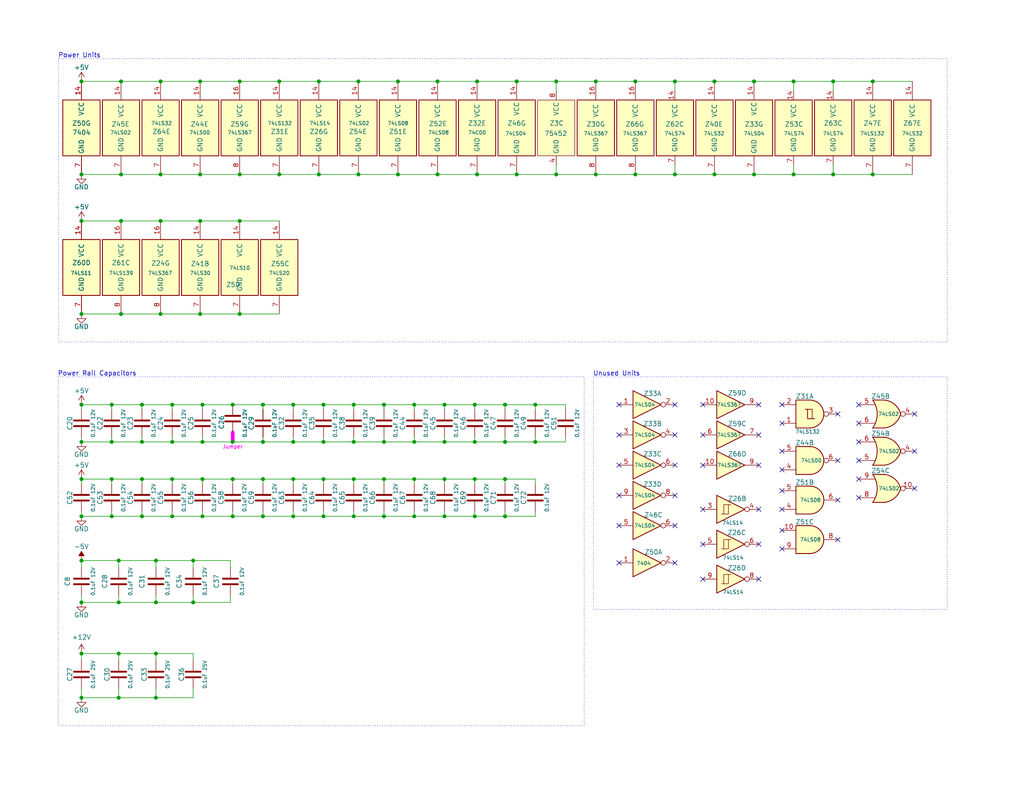
<source format=kicad_sch>
(kicad_sch (version 20250114) (generator "eeschema") (generator_version "9.0")
  (paper "USLetter")
  (title_block (title "TRS-80 Model I Rev HE11E011520") (date "2025-06-15") (rev "E1A") (company "RetroStack - Marcel Erz") (comment 2 "Power Units, Capacitors, and unused units") (comment 4 "Capacitors & Others"))
  (rectangle (start 161.925 102.87) (end 258.445 166.37) (stroke (width 0) (type dot)))
  (rectangle (start 15.875 102.87) (end 159.385 198.12) (stroke (width 0) (type dot)))
  (rectangle (start 16.002 16.002) (end 258.445 93.345) (stroke (width 0) (type dot)))
  (text "Power Units" (at 15.875 15.24 0) (effects (font (size 1.27 1.27)) (justify left)))
  (text "Unused Units" (at 161.798 102.108 0) (effects (font (size 1.27 1.27)) (justify left)))
  (text "Power Rail Capacitors" (at 15.748 102.108 0) (effects (font (size 1.27 1.27)) (justify left)))
  (text "Jumper" (at 63.5 122.174 0) (effects (font (size 1 1))))
  (junction (at 104.775 140.97))
  (junction (at 151.765 47.625))
  (junction (at 113.03 130.81))
  (junction (at 22.225 47.625))
  (junction (at 33.02 85.725))
  (junction (at 96.52 130.81))
  (junction (at 80.01 130.81))
  (junction (at 33.02 47.625))
  (junction (at 54.61 60.325))
  (junction (at 108.585 47.625))
  (junction (at 162.56 22.225))
  (junction (at 151.765 22.225))
  (junction (at 30.48 130.81))
  (junction (at 113.03 110.49))
  (junction (at 63.5 140.97))
  (junction (at 216.535 22.225))
  (junction (at 52.705 164.465))
  (junction (at 238.125 22.225))
  (junction (at 33.02 22.225))
  (junction (at 63.5 120.65))
  (junction (at 137.795 120.65))
  (junction (at 43.815 47.625))
  (junction (at 55.245 130.81))
  (junction (at 194.945 47.625))
  (junction (at 46.99 130.81))
  (junction (at 173.355 22.225))
  (junction (at 63.5 110.49))
  (junction (at 30.48 140.97))
  (junction (at 42.545 190.5))
  (junction (at 88.265 130.81))
  (junction (at 96.52 140.97))
  (junction (at 129.54 140.97))
  (junction (at 46.99 110.49))
  (junction (at 88.265 120.65))
  (junction (at 113.03 120.65))
  (junction (at 119.38 47.625))
  (junction (at 129.54 120.65))
  (junction (at 137.795 130.81))
  (junction (at 162.56 47.625))
  (junction (at 227.33 22.225))
  (junction (at 238.125 47.625))
  (junction (at 22.225 85.725))
  (junction (at 30.48 120.65))
  (junction (at 71.755 110.49))
  (junction (at 96.52 120.65))
  (junction (at 146.05 110.49))
  (junction (at 22.225 164.465))
  (junction (at 173.355 47.625))
  (junction (at 121.285 130.81))
  (junction (at 65.405 85.725))
  (junction (at 121.285 140.97))
  (junction (at 88.265 140.97))
  (junction (at 86.995 47.625))
  (junction (at 22.225 130.81))
  (junction (at 65.405 22.225))
  (junction (at 71.755 140.97))
  (junction (at 108.585 22.225))
  (junction (at 80.01 140.97))
  (junction (at 96.52 110.49))
  (junction (at 38.735 140.97))
  (junction (at 22.225 178.435))
  (junction (at 184.15 47.625))
  (junction (at 42.545 164.465))
  (junction (at 54.61 22.225))
  (junction (at 22.225 22.225))
  (junction (at 32.385 153.035))
  (junction (at 22.225 60.325))
  (junction (at 63.5 130.81))
  (junction (at 42.545 178.435))
  (junction (at 184.15 22.225))
  (junction (at 104.775 120.65))
  (junction (at 140.97 22.225))
  (junction (at 205.74 22.225))
  (junction (at 30.48 110.49))
  (junction (at 46.99 120.65))
  (junction (at 130.175 22.225))
  (junction (at 129.54 110.49))
  (junction (at 121.285 110.49))
  (junction (at 32.385 190.5))
  (junction (at 33.02 60.325))
  (junction (at 71.755 130.81))
  (junction (at 22.225 120.65))
  (junction (at 130.175 47.625))
  (junction (at 46.99 140.97))
  (junction (at 38.735 110.49))
  (junction (at 137.795 140.97))
  (junction (at 52.705 153.035))
  (junction (at 104.775 130.81))
  (junction (at 205.74 47.625))
  (junction (at 65.405 60.325))
  (junction (at 38.735 120.65))
  (junction (at 121.285 120.65))
  (junction (at 76.2 47.625))
  (junction (at 65.405 47.625))
  (junction (at 43.815 60.325))
  (junction (at 22.225 190.5))
  (junction (at 55.245 120.65))
  (junction (at 129.54 130.81))
  (junction (at 194.945 22.225))
  (junction (at 55.245 140.97))
  (junction (at 32.385 164.465))
  (junction (at 42.545 153.035))
  (junction (at 113.03 140.97))
  (junction (at 43.815 22.225))
  (junction (at 146.05 120.65))
  (junction (at 104.775 110.49))
  (junction (at 54.61 85.725))
  (junction (at 119.38 22.225))
  (junction (at 22.225 153.035))
  (junction (at 86.995 22.225))
  (junction (at 22.225 110.49))
  (junction (at 227.33 47.625))
  (junction (at 71.755 120.65))
  (junction (at 32.385 178.435))
  (junction (at 137.795 110.49))
  (junction (at 97.79 47.625))
  (junction (at 97.79 22.225))
  (junction (at 80.01 120.65))
  (junction (at 38.735 130.81))
  (junction (at 88.265 110.49))
  (junction (at 54.61 47.625))
  (junction (at 80.01 110.49))
  (junction (at 140.97 47.625))
  (junction (at 55.245 110.49))
  (junction (at 43.815 85.725))
  (junction (at 76.2 22.225))
  (junction (at 216.535 47.625))
  (junction (at 22.225 140.97))
  (no_connect (at 207.01 110.49))
  (no_connect (at 234.315 115.57))
  (no_connect (at 213.36 123.19))
  (no_connect (at 234.315 125.73))
  (no_connect (at 213.36 110.49))
  (no_connect (at 168.91 110.49))
  (no_connect (at 168.91 153.67))
  (no_connect (at 228.6 147.32))
  (no_connect (at 184.15 143.51))
  (no_connect (at 184.15 153.67))
  (no_connect (at 191.77 139.065))
  (no_connect (at 207.01 139.065))
  (no_connect (at 168.91 127))
  (no_connect (at 207.01 127))
  (no_connect (at 249.555 113.03))
  (no_connect (at 191.77 158.115))
  (no_connect (at 168.91 118.745))
  (no_connect (at 168.91 143.51))
  (no_connect (at 213.36 115.57))
  (no_connect (at 213.36 133.985))
  (no_connect (at 207.01 158.115))
  (no_connect (at 234.315 135.89))
  (no_connect (at 228.6 136.525))
  (no_connect (at 213.36 128.27))
  (no_connect (at 184.15 110.49))
  (no_connect (at 249.555 123.19))
  (no_connect (at 213.36 149.86))
  (no_connect (at 234.315 130.81))
  (no_connect (at 207.01 118.745))
  (no_connect (at 234.315 110.49))
  (no_connect (at 184.15 118.745))
  (no_connect (at 184.15 135.255))
  (no_connect (at 191.77 148.59))
  (no_connect (at 228.6 125.73))
  (no_connect (at 168.91 135.255))
  (no_connect (at 184.15 127))
  (no_connect (at 249.555 133.35))
  (no_connect (at 191.77 118.745))
  (no_connect (at 228.6 113.03))
  (no_connect (at 234.315 120.65))
  (no_connect (at 213.36 144.78))
  (no_connect (at 207.01 148.59))
  (no_connect (at 213.36 139.065))
  (no_connect (at 191.77 110.49))
  (no_connect (at 191.77 127))
  (wire (pts (xy 129.54 139.7) (xy 129.54 140.97)))
  (wire (pts (xy 154.305 110.49) (xy 154.305 111.76)))
  (wire (pts (xy 32.385 154.94) (xy 32.385 153.035)))
  (wire (pts (xy 173.355 22.225) (xy 184.15 22.225)))
  (wire (pts (xy 137.795 120.65) (xy 137.795 119.38)))
  (wire (pts (xy 22.225 178.435) (xy 22.225 180.34)))
  (wire (pts (xy 108.585 22.225) (xy 119.38 22.225)))
  (wire (pts (xy 227.33 47.625) (xy 216.535 47.625)))
  (wire (pts (xy 62.865 153.035) (xy 52.705 153.035)))
  (wire (pts (xy 140.97 22.225) (xy 151.765 22.225)))
  (wire (pts (xy 71.755 120.65) (xy 80.01 120.65)))
  (wire (pts (xy 30.48 120.65) (xy 30.48 119.38)))
  (wire (pts (xy 55.245 110.49) (xy 63.5 110.49)))
  (wire (pts (xy 104.775 139.7) (xy 104.775 140.97)))
  (wire (pts (xy 46.99 130.81) (xy 55.245 130.81)))
  (wire (pts (xy 30.48 140.97) (xy 30.48 139.7)))
  (wire (pts (xy 151.765 22.225) (xy 162.56 22.225)))
  (wire (pts (xy 43.815 85.725) (xy 54.61 85.725)))
  (wire (pts (xy 38.735 130.81) (xy 38.735 132.08)))
  (wire (pts (xy 86.995 47.625) (xy 97.79 47.625)))
  (wire (pts (xy 88.265 110.49) (xy 96.52 110.49)))
  (wire (pts (xy 63.5 130.81) (xy 71.755 130.81)))
  (wire (pts (xy 86.995 22.225) (xy 97.79 22.225)))
  (wire (pts (xy 104.775 120.65) (xy 104.775 119.38)))
  (wire (pts (xy 113.03 110.49) (xy 121.285 110.49)))
  (wire (pts (xy 38.735 140.97) (xy 38.735 139.7)))
  (wire (pts (xy 238.125 47.625) (xy 248.92 47.625)))
  (wire (pts (xy 96.52 130.81) (xy 88.265 130.81)))
  (wire (pts (xy 96.52 132.08) (xy 96.52 130.81)))
  (wire (pts (xy 55.245 120.65) (xy 55.245 119.38)))
  (wire (pts (xy 121.285 132.08) (xy 121.285 130.81)))
  (wire (pts (xy 96.52 110.49) (xy 104.775 110.49)))
  (wire (pts (xy 42.545 178.435) (xy 42.545 180.34)))
  (wire (pts (xy 146.05 120.65) (xy 146.05 119.38)))
  (wire (pts (xy 137.795 120.65) (xy 146.05 120.65)))
  (wire (pts (xy 55.245 140.97) (xy 55.245 139.7)))
  (wire (pts (xy 108.585 47.625) (xy 119.38 47.625)))
  (wire (pts (xy 38.735 120.65) (xy 46.99 120.65)))
  (wire (pts (xy 146.05 110.49) (xy 146.05 111.76)))
  (wire (pts (xy 32.385 178.435) (xy 22.225 178.435)))
  (wire (pts (xy 80.01 110.49) (xy 88.265 110.49)))
  (wire (pts (xy 46.99 110.49) (xy 46.99 111.76)))
  (wire (pts (xy 30.48 120.65) (xy 38.735 120.65)))
  (wire (pts (xy 113.03 110.49) (xy 113.03 111.76)))
  (wire (pts (xy 52.705 187.96) (xy 52.705 190.5)))
  (wire (pts (xy 38.735 120.65) (xy 38.735 119.38)))
  (wire (pts (xy 42.545 162.56) (xy 42.545 164.465)))
  (wire (pts (xy 33.02 47.625) (xy 43.815 47.625)))
  (wire (pts (xy 227.33 47.625) (xy 238.125 47.625)))
  (wire (pts (xy 76.2 22.225) (xy 86.995 22.225)))
  (wire (pts (xy 113.03 120.65) (xy 121.285 120.65)))
  (wire (pts (xy 65.405 60.325) (xy 76.2 60.325)))
  (wire (pts (xy 130.175 22.225) (xy 140.97 22.225)))
  (wire (pts (xy 65.405 85.725) (xy 76.2 85.725)))
  (wire (pts (xy 22.225 60.325) (xy 33.02 60.325)))
  (wire (pts (xy 32.385 187.96) (xy 32.385 190.5)))
  (wire (pts (xy 104.775 130.81) (xy 113.03 130.81)))
  (wire (pts (xy 88.265 139.7) (xy 88.265 140.97)))
  (wire (pts (xy 130.175 47.625) (xy 119.38 47.625)))
  (wire (pts (xy 32.385 164.465) (xy 22.225 164.465)))
  (wire (pts (xy 88.265 132.08) (xy 88.265 130.81)))
  (wire (pts (xy 42.545 154.94) (xy 42.545 153.035)))
  (wire (pts (xy 63.5 120.65) (xy 63.5 118.11)) (stroke (width 1) (color 255 0 255 1)))
  (wire (pts (xy 140.97 47.625) (xy 151.765 47.625)))
  (wire (pts (xy 137.795 110.49) (xy 146.05 110.49)))
  (wire (pts (xy 42.545 164.465) (xy 32.385 164.465)))
  (wire (pts (xy 137.795 139.7) (xy 137.795 140.97)))
  (wire (pts (xy 121.285 120.65) (xy 129.54 120.65)))
  (wire (pts (xy 22.225 140.97) (xy 30.48 140.97)))
  (wire (pts (xy 63.5 130.81) (xy 63.5 132.08)))
  (wire (pts (xy 121.285 110.49) (xy 121.285 111.76)))
  (wire (pts (xy 146.05 120.65) (xy 154.305 120.65)))
  (wire (pts (xy 205.74 22.225) (xy 216.535 22.225)))
  (wire (pts (xy 52.705 190.5) (xy 42.545 190.5)))
  (wire (pts (xy 88.265 120.65) (xy 96.52 120.65)))
  (wire (pts (xy 30.48 130.81) (xy 38.735 130.81)))
  (wire (pts (xy 151.765 22.225) (xy 151.765 24.765)))
  (wire (pts (xy 43.815 47.625) (xy 54.61 47.625)))
  (wire (pts (xy 62.865 164.465) (xy 52.705 164.465)))
  (wire (pts (xy 38.735 130.81) (xy 46.99 130.81)))
  (wire (pts (xy 63.5 110.49) (xy 71.755 110.49)))
  (wire (pts (xy 52.705 154.94) (xy 52.705 153.035)))
  (wire (pts (xy 80.01 120.65) (xy 88.265 120.65)))
  (wire (pts (xy 184.15 22.225) (xy 184.15 24.765)))
  (wire (pts (xy 104.775 132.08) (xy 104.775 130.81)))
  (wire (pts (xy 46.99 120.65) (xy 46.99 119.38)))
  (wire (pts (xy 121.285 120.65) (xy 121.285 119.38)))
  (wire (pts (xy 76.2 47.625) (xy 86.995 47.625)))
  (wire (pts (xy 71.755 120.65) (xy 71.755 119.38)))
  (wire (pts (xy 146.05 139.7) (xy 146.05 140.97)))
  (wire (pts (xy 80.01 110.49) (xy 80.01 111.76)))
  (wire (pts (xy 130.175 47.625) (xy 140.97 47.625)))
  (wire (pts (xy 46.99 130.81) (xy 46.99 132.08)))
  (wire (pts (xy 146.05 110.49) (xy 154.305 110.49)))
  (wire (pts (xy 71.755 130.81) (xy 71.755 132.08)))
  (wire (pts (xy 129.54 132.08) (xy 129.54 130.81)))
  (wire (pts (xy 80.01 130.81) (xy 71.755 130.81)))
  (wire (pts (xy 22.225 153.035) (xy 22.225 154.94)))
  (wire (pts (xy 42.545 190.5) (xy 32.385 190.5)))
  (wire (pts (xy 162.56 22.225) (xy 173.355 22.225)))
  (wire (pts (xy 104.775 120.65) (xy 113.03 120.65)))
  (wire (pts (xy 22.225 110.49) (xy 30.48 110.49)))
  (wire (pts (xy 30.48 130.81) (xy 30.48 132.08)))
  (wire (pts (xy 96.52 140.97) (xy 88.265 140.97)))
  (wire (pts (xy 54.61 47.625) (xy 65.405 47.625)))
  (wire (pts (xy 113.03 140.97) (xy 121.285 140.97)))
  (wire (pts (xy 80.01 139.7) (xy 80.01 140.97)))
  (wire (pts (xy 30.48 140.97) (xy 38.735 140.97)))
  (wire (pts (xy 71.755 110.49) (xy 80.01 110.49)))
  (wire (pts (xy 46.99 140.97) (xy 55.245 140.97)))
  (wire (pts (xy 32.385 190.5) (xy 22.225 190.5)))
  (wire (pts (xy 22.225 110.49) (xy 22.225 111.76)))
  (wire (pts (xy 55.245 140.97) (xy 63.5 140.97)))
  (wire (pts (xy 129.54 110.49) (xy 129.54 111.76)))
  (wire (pts (xy 238.125 22.225) (xy 248.92 22.225)))
  (wire (pts (xy 227.33 22.225) (xy 216.535 22.225)))
  (wire (pts (xy 55.245 130.81) (xy 63.5 130.81)))
  (wire (pts (xy 42.545 153.035) (xy 32.385 153.035)))
  (wire (pts (xy 129.54 130.81) (xy 121.285 130.81)))
  (wire (pts (xy 96.52 139.7) (xy 96.52 140.97)))
  (wire (pts (xy 33.02 60.325) (xy 43.815 60.325)))
  (wire (pts (xy 129.54 120.65) (xy 137.795 120.65)))
  (wire (pts (xy 22.225 47.625) (xy 33.02 47.625)))
  (wire (pts (xy 55.245 130.81) (xy 55.245 132.08)))
  (wire (pts (xy 88.265 130.81) (xy 80.01 130.81)))
  (wire (pts (xy 227.33 22.225) (xy 238.125 22.225)))
  (wire (pts (xy 22.225 120.65) (xy 22.225 119.38)))
  (wire (pts (xy 22.225 85.725) (xy 33.02 85.725)))
  (wire (pts (xy 54.61 22.225) (xy 65.405 22.225)))
  (wire (pts (xy 63.5 140.97) (xy 71.755 140.97)))
  (wire (pts (xy 62.865 154.94) (xy 62.865 153.035)))
  (wire (pts (xy 62.865 162.56) (xy 62.865 164.465)))
  (wire (pts (xy 63.5 140.97) (xy 63.5 139.7)))
  (wire (pts (xy 71.755 140.97) (xy 71.755 139.7)))
  (wire (pts (xy 121.285 110.49) (xy 129.54 110.49)))
  (wire (pts (xy 137.795 132.08) (xy 137.795 130.81)))
  (wire (pts (xy 146.05 132.08) (xy 146.05 130.81)))
  (wire (pts (xy 46.99 120.65) (xy 55.245 120.65)))
  (wire (pts (xy 32.385 153.035) (xy 22.225 153.035)))
  (wire (pts (xy 227.33 24.765) (xy 227.33 22.225)))
  (wire (pts (xy 96.52 110.49) (xy 96.52 111.76)))
  (wire (pts (xy 63.5 120.65) (xy 71.755 120.65)))
  (wire (pts (xy 32.385 178.435) (xy 32.385 180.34)))
  (wire (pts (xy 216.535 24.765) (xy 216.535 22.225)))
  (wire (pts (xy 184.15 22.225) (xy 194.945 22.225)))
  (wire (pts (xy 97.79 22.225) (xy 108.585 22.225)))
  (wire (pts (xy 80.01 140.97) (xy 71.755 140.97)))
  (wire (pts (xy 184.15 47.625) (xy 194.945 47.625)))
  (wire (pts (xy 137.795 140.97) (xy 146.05 140.97)))
  (wire (pts (xy 129.54 110.49) (xy 137.795 110.49)))
  (wire (pts (xy 104.775 110.49) (xy 104.775 111.76)))
  (wire (pts (xy 52.705 178.435) (xy 42.545 178.435)))
  (wire (pts (xy 113.03 132.08) (xy 113.03 130.81)))
  (wire (pts (xy 52.705 180.34) (xy 52.705 178.435)))
  (wire (pts (xy 88.265 140.97) (xy 80.01 140.97)))
  (wire (pts (xy 137.795 130.81) (xy 146.05 130.81)))
  (wire (pts (xy 22.225 120.65) (xy 30.48 120.65)))
  (wire (pts (xy 38.735 110.49) (xy 46.99 110.49)))
  (wire (pts (xy 113.03 130.81) (xy 121.285 130.81)))
  (wire (pts (xy 42.545 178.435) (xy 32.385 178.435)))
  (wire (pts (xy 96.52 120.65) (xy 96.52 119.38)))
  (wire (pts (xy 30.48 110.49) (xy 38.735 110.49)))
  (wire (pts (xy 30.48 110.49) (xy 30.48 111.76)))
  (wire (pts (xy 130.175 22.225) (xy 119.38 22.225)))
  (wire (pts (xy 104.775 140.97) (xy 113.03 140.97)))
  (wire (pts (xy 71.755 110.49) (xy 71.755 111.76)))
  (wire (pts (xy 65.405 47.625) (xy 76.2 47.625)))
  (wire (pts (xy 129.54 140.97) (xy 121.285 140.97)))
  (wire (pts (xy 154.305 120.65) (xy 154.305 119.38)))
  (wire (pts (xy 96.52 120.65) (xy 104.775 120.65)))
  (wire (pts (xy 88.265 120.65) (xy 88.265 119.38)))
  (wire (pts (xy 42.545 187.96) (xy 42.545 190.5)))
  (wire (pts (xy 22.225 162.56) (xy 22.225 164.465)))
  (wire (pts (xy 137.795 140.97) (xy 129.54 140.97)))
  (wire (pts (xy 104.775 110.49) (xy 113.03 110.49)))
  (wire (pts (xy 104.775 140.97) (xy 96.52 140.97)))
  (wire (pts (xy 194.945 22.225) (xy 205.74 22.225)))
  (wire (pts (xy 43.815 22.225) (xy 54.61 22.225)))
  (wire (pts (xy 46.99 140.97) (xy 46.99 139.7)))
  (wire (pts (xy 33.02 85.725) (xy 43.815 85.725)))
  (wire (pts (xy 52.705 164.465) (xy 42.545 164.465)))
  (wire (pts (xy 22.225 130.81) (xy 30.48 130.81)))
  (wire (pts (xy 22.225 22.225) (xy 33.02 22.225)))
  (wire (pts (xy 54.61 85.725) (xy 65.405 85.725)))
  (wire (pts (xy 151.765 45.085) (xy 151.765 47.625)))
  (wire (pts (xy 97.79 47.625) (xy 108.585 47.625)))
  (wire (pts (xy 55.245 120.65) (xy 63.5 120.65)))
  (wire (pts (xy 22.225 130.81) (xy 22.225 132.08)))
  (wire (pts (xy 38.735 110.49) (xy 38.735 111.76)))
  (wire (pts (xy 162.56 47.625) (xy 173.355 47.625)))
  (wire (pts (xy 54.61 60.325) (xy 65.405 60.325)))
  (wire (pts (xy 121.285 139.7) (xy 121.285 140.97)))
  (wire (pts (xy 173.355 47.625) (xy 184.15 47.625)))
  (wire (pts (xy 80.01 132.08) (xy 80.01 130.81)))
  (wire (pts (xy 55.245 110.49) (xy 55.245 111.76)))
  (wire (pts (xy 137.795 130.81) (xy 129.54 130.81)))
  (wire (pts (xy 22.225 140.97) (xy 22.225 139.7)))
  (wire (pts (xy 22.225 187.96) (xy 22.225 190.5)))
  (wire (pts (xy 33.02 22.225) (xy 43.815 22.225)))
  (wire (pts (xy 88.265 110.49) (xy 88.265 111.76)))
  (wire (pts (xy 46.99 110.49) (xy 55.245 110.49)))
  (wire (pts (xy 184.15 45.085) (xy 184.15 47.625)))
  (wire (pts (xy 137.795 110.49) (xy 137.795 111.76)))
  (wire (pts (xy 104.775 130.81) (xy 96.52 130.81)))
  (wire (pts (xy 194.945 47.625) (xy 205.74 47.625)))
  (wire (pts (xy 129.54 120.65) (xy 129.54 119.38)))
  (wire (pts (xy 52.705 162.56) (xy 52.705 164.465)))
  (wire (pts (xy 38.735 140.97) (xy 46.99 140.97)))
  (wire (pts (xy 216.535 45.085) (xy 216.535 47.625)))
  (wire (pts (xy 113.03 120.65) (xy 113.03 119.38)))
  (wire (pts (xy 43.815 60.325) (xy 54.61 60.325)))
  (wire (pts (xy 151.765 47.625) (xy 162.56 47.625)))
  (wire (pts (xy 65.405 22.225) (xy 76.2 22.225)))
  (wire (pts (xy 52.705 153.035) (xy 42.545 153.035)))
  (wire (pts (xy 205.74 47.625) (xy 216.535 47.625)))
  (wire (pts (xy 227.33 45.085) (xy 227.33 47.625)))
  (wire (pts (xy 80.01 120.65) (xy 80.01 119.38)))
  (wire (pts (xy 32.385 162.56) (xy 32.385 164.465)))
  (wire (pts (xy 113.03 139.7) (xy 113.03 140.97)))
  (symbol (lib_id "Device:C") (at 104.775 115.57 0) (unit 1)
    (property "Reference" "C39" (at 101.6 115.57 90))
    (property "Value" "0.1uF 12V" (at 107.95 115.57 90) (effects (font (size 1 1))))
    (property "Footprint" "Library:TRS80_Model_I_C_Disc_9.5L_4W_6P_Jap" (effects (hide yes)))
  )
  (symbol (lib_id "RetroStackLibrary:74LS367_Split") (at 173.355 24.13 0) (unit 7)
    (property "Reference" "Z66" (at 173.228 33.909 0))
    (property "Value" "74LS367" (at 173.228 36.449 0) (effects (font (size 1 1))))
    (property "Footprint" "Library:TRS80_Model_I_DIP16_Jap" (effects (hide yes)))
    (property "Datasheet" "https://www.ti.com/lit/ds/symlink/sn74ls367a.pdf" (effects (hide yes)))
    (property "Description" "Hex buffer 3-State outputs" (effects (hide yes)))
  )
  (symbol (lib_id "RetroStackLibrary:74LS367_Split") (at 43.815 62.23 0) (unit 7)
    (property "Reference" "Z24" (at 43.815 71.882 0))
    (property "Value" "74LS367" (at 43.688 74.549 0) (effects (font (size 1 1))))
    (property "Footprint" "Library:TRS80_Model_I_DIP16_Jap" (effects (hide yes)))
    (property "Datasheet" "https://www.ti.com/lit/ds/symlink/sn74ls367a.pdf" (effects (hide yes)))
    (property "Description" "Hex buffer 3-State outputs" (effects (hide yes)))
  )
  (symbol (lib_id "74xx:74LS04") (at 176.53 127 0) (unit 3)
    (property "Reference" "Z33" (at 178.054 123.952 0))
    (property "Value" "74LS04" (at 175.895 127 0) (effects (font (size 1 1))))
    (property "Footprint" "Library:TRS80_Model_I_DIP14_Jap" (effects (hide yes)))
    (property "Datasheet" "http://www.ti.com/lit/gpn/sn74LS04" (effects (hide yes)))
    (property "Description" "Hex Inverter" (effects (hide yes)))
  )
  (symbol (lib_id "Device:C") (at 113.03 135.89 0) (unit 1)
    (property "Reference" "C67" (at 109.855 135.89 90))
    (property "Value" "0.1uF 12V" (at 116.205 135.89 90) (effects (font (size 1 1))))
    (property "Footprint" "Library:TRS80_Model_I_C_Disc_9.5L_4W_6P_Jap" (effects (hide yes)))
  )
  (symbol (lib_id "74xx:74LS02") (at 97.79 34.925 0) (mirror y) (unit 5)
    (property "Reference" "Z54" (at 97.663 35.941 0))
    (property "Value" "74LS02" (at 97.917 33.655 0) (effects (font (size 1 1))))
    (property "Footprint" "Library:TRS80_Model_I_DIP14_Jap" (effects (hide yes)))
    (property "Datasheet" "http://www.ti.com/lit/gpn/sn74ls02" (effects (hide yes)))
  )
  (symbol (lib_id "Device:C") (at 46.99 135.89 0) (unit 1)
    (property "Reference" "C55" (at 43.815 135.89 90))
    (property "Value" "0.1uF 12V" (at 50.165 135.89 90) (effects (font (size 1 1))))
    (property "Footprint" "Library:TRS80_Model_I_C_Disc_9.5L_4W_6P_Jap" (effects (hide yes)))
  )
  (symbol (lib_id "RetroStackLibrary:7404") (at 22.225 34.925 0) (unit 7)
    (property "Reference" "Z50" (at 22.225 33.655 0))
    (property "Value" "7404" (at 22.225 36.195 0))
    (property "Footprint" "Library:TRS80_Model_I_DIP14_Jap" (effects (hide yes)))
    (property "Datasheet" "http://www.ti.com/lit/gpn/sn74LS04" (effects (hide yes)))
    (property "Description" "Hex Inverter" (effects (hide yes)))
  )
  (symbol (lib_id "Device:C") (at 52.705 158.75 0) (unit 1)
    (property "Reference" "C34" (at 48.895 158.75 90))
    (property "Value" "0.1uF 12V" (at 55.88 158.75 90) (effects (font (size 1 1))))
    (property "Footprint" "Library:TRS80_Model_I_C_Disc_9.5L_4W_6P_Jap" (effects (hide yes)))
  )
  (symbol (lib_id "74xx:74LS02") (at 241.935 113.03 0) (unit 2)
    (property "Reference" "Z45" (at 240.284 108.204 0))
    (property "Value" "74LS02" (at 242.443 113.03 0) (effects (font (size 1 1))))
    (property "Footprint" "Library:TRS80_Model_I_DIP14_Jap" (effects (hide yes)))
    (property "Datasheet" "http://www.ti.com/lit/gpn/sn74ls02" (effects (hide yes)))
    (property "Description" "quad 2-input NOR gate" (effects (hide yes)))
  )
  (symbol (lib_id "74xx:74LS74") (at 227.33 34.925 0) (unit 3)
    (property "Reference" "Z63" (at 227.33 33.655 0))
    (property "Value" "74LS74" (at 227.33 36.449 0) (effects (font (size 1 1))))
    (property "Footprint" "Library:TRS80_Model_I_DIP14_Jap" (effects (hide yes)))
    (property "Datasheet" "74xx/74hc_hct74.pdf" (effects (hide yes)))
  )
  (symbol (lib_id "power:GND") (at 22.225 120.65 0) (unit 1)
    (property "Reference" "#PWR0124" (effects (hide yes)))
    (property "Value" "GND" (at 22.225 124.079 0))
    (property "Description" "Power symbol creates a global label with name \"GND\" , ground" (effects (hide yes)))
  )
  (symbol (lib_id "Device:C") (at 80.01 135.89 0) (unit 1)
    (property "Reference" "C63" (at 76.835 135.89 90))
    (property "Value" "0.1uF 12V" (at 83.185 135.89 90) (effects (font (size 1 1))))
    (property "Footprint" "Library:TRS80_Model_I_C_Disc_9.5L_4W_6P_Jap" (effects (hide yes)))
  )
  (symbol (lib_id "74xx:74LS08") (at 119.38 34.925 0) (unit 5)
    (property "Reference" "Z52" (at 119.507 33.782 0))
    (property "Value" "74LS08" (at 119.634 36.195 0) (effects (font (size 1 1))))
    (property "Footprint" "Library:TRS80_Model_I_DIP14_Jap" (effects (hide yes)))
    (property "Datasheet" "http://www.ti.com/lit/gpn/sn74LS08" (effects (hide yes)))
    (property "Description" "Quad And2" (effects (hide yes)))
  )
  (symbol (lib_id "power:GND") (at 22.225 140.97 0) (unit 1)
    (property "Reference" "#PWR040" (effects (hide yes)))
    (property "Value" "GND" (at 22.225 144.399 0))
    (property "Description" "Power symbol creates a global label with name \"GND\" , ground" (effects (hide yes)))
  )
  (symbol (lib_id "Device:C") (at 38.735 115.57 0) (unit 1)
    (property "Reference" "C23" (at 35.56 115.57 90))
    (property "Value" "0.1uF 12V" (at 41.91 115.57 90) (effects (font (size 1 1))))
    (property "Footprint" "Library:TRS80_Model_I_C_Disc_9.5L_4W_6P_Jap" (effects (hide yes)))
  )
  (symbol (lib_id "Device:C") (at 32.385 158.75 0) (unit 1)
    (property "Reference" "C28" (at 28.575 158.75 90))
    (property "Value" "0.1uF 12V" (at 35.56 158.75 90) (effects (font (size 1 1))))
    (property "Footprint" "Library:TRS80_Model_I_C_Disc_9.5L_4W_6P_Jap" (effects (hide yes)))
  )
  (symbol (lib_id "Device:C") (at 22.225 184.15 0) (unit 1)
    (property "Reference" "C27" (at 19.05 184.15 90))
    (property "Value" "0.1uF 25V" (at 25.4 184.15 90) (effects (font (size 1 1))))
    (property "Footprint" "Library:TRS80_Model_I_C_Disc_9.5L_4W_6P_Jap" (effects (hide yes)))
  )
  (symbol (lib_id "RetroStackLibrary:74LS367_Split") (at 65.405 24.13 0) (unit 7)
    (property "Reference" "Z59" (at 65.405 33.909 0))
    (property "Value" "74LS367" (at 65.405 36.195 0) (effects (font (size 1 1))))
    (property "Footprint" "Library:TRS80_Model_I_DIP16_Jap" (effects (hide yes)))
    (property "Datasheet" "https://www.ti.com/lit/ds/symlink/sn74ls367a.pdf" (effects (hide yes)))
    (property "Description" "Hex buffer 3-State outputs" (effects (hide yes)))
  )
  (symbol (lib_id "74xx:74LS08") (at 220.98 136.525 0) (mirror x) (unit 2)
    (property "Reference" "Z51" (at 219.583 131.699 0))
    (property "Value" "74LS08" (at 221.107 136.525 0) (effects (font (size 1 1))))
    (property "Footprint" "Library:TRS80_Model_I_DIP14_Jap" (effects (hide yes)))
    (property "Datasheet" "http://www.ti.com/lit/gpn/sn74LS08" (effects (hide yes)))
    (property "Description" "Quad And2" (effects (hide yes)))
  )
  (symbol (lib_id "Device:C") (at 88.265 115.57 0) (unit 1)
    (property "Reference" "C35" (at 85.09 115.57 90))
    (property "Value" "0.1uF 12V" (at 91.44 115.57 90) (effects (font (size 1 1))))
    (property "Footprint" "Library:TRS80_Model_I_C_Disc_9.5L_4W_6P_Jap" (effects (hide yes)))
  )
  (symbol (lib_id "Device:C") (at 22.225 158.75 0) (unit 1)
    (property "Reference" "C8" (at 18.415 158.75 90))
    (property "Value" "0.1uF 12V" (at 25.4 158.75 90) (effects (font (size 1 1))))
    (property "Footprint" "Library:TRS80_Model_I_C_Disc_9.5L_4W_6P_Jap" (effects (hide yes)))
  )
  (symbol (lib_id "74xx:74LS74") (at 184.15 34.925 0) (unit 3)
    (property "Reference" "Z62" (at 184.15 33.909 0))
    (property "Value" "74LS74" (at 184.15 36.449 0) (effects (font (size 1 1))))
    (property "Footprint" "Library:TRS80_Model_I_DIP14_Jap" (effects (hide yes)))
    (property "Datasheet" "74xx/74hc_hct74.pdf" (effects (hide yes)))
    (property "Description" "Dual D Flip-flop, Set & Reset" (effects (hide yes)))
  )
  (symbol (lib_id "Device:C") (at 80.01 115.57 0) (unit 1)
    (property "Reference" "C32" (at 76.835 115.57 90))
    (property "Value" "0.1uF 12V" (at 83.185 115.57 90) (effects (font (size 1 1))))
    (property "Footprint" "Library:TRS80_Model_I_C_Disc_9.5L_4W_6P_Jap" (effects (hide yes)))
  )
  (symbol (lib_id "74xx:74LS14") (at 86.995 34.925 0) (unit 7)
    (property "Reference" "Z26" (at 86.995 35.941 0))
    (property "Value" "74LS14" (at 87.249 33.655 0) (effects (font (size 1 1))))
    (property "Footprint" "Library:TRS80_Model_I_DIP14_Jap" (effects (hide yes)))
    (property "Datasheet" "http://www.ti.com/lit/gpn/sn74LS14" (effects (hide yes)))
    (property "Description" "Hex inverter schmitt trigger" (effects (hide yes)))
  )
  (symbol (lib_id "74xx:74LS10") (at 65.405 73.025 0) (unit 4)
    (property "Reference" "Z5" (at 63.627 77.724 0))
    (property "Value" "74LS10" (at 65.405 73.152 0) (effects (font (size 1 1))))
    (property "Footprint" "Library:TRS80_Model_I_DIP14_Jap" (effects (hide yes)))
    (property "Datasheet" "http://www.ti.com/lit/gpn/sn74LS10" (effects (hide yes)))
    (property "Description" "Triple 3-input NAND" (effects (hide yes)))
  )
  (symbol (lib_id "74xx:74LS74") (at 216.535 34.925 0) (unit 3)
    (property "Reference" "Z53" (at 216.662 33.909 0))
    (property "Value" "74LS74" (at 216.662 36.449 0) (effects (font (size 1 1))))
    (property "Footprint" "Library:TRS80_Model_I_DIP14_Jap" (effects (hide yes)))
    (property "Datasheet" "74xx/74hc_hct74.pdf" (effects (hide yes)))
  )
  (symbol (lib_id "74xx:74LS04") (at 176.53 110.49 0) (unit 1)
    (property "Reference" "Z33" (at 178.054 107.442 0))
    (property "Value" "74LS04" (at 175.895 110.49 0) (effects (font (size 1 1))))
    (property "Footprint" "Library:TRS80_Model_I_DIP14_Jap" (effects (hide yes)))
    (property "Datasheet" "http://www.ti.com/lit/gpn/sn74LS04" (effects (hide yes)))
    (property "Description" "Hex Inverter" (effects (hide yes)))
  )
  (symbol (lib_id "74xx:74LS00") (at 54.61 34.925 0) (mirror y) (unit 5)
    (property "Reference" "Z44" (at 54.483 33.909 0))
    (property "Value" "74LS00" (at 54.483 36.195 0) (effects (font (size 1 1))))
    (property "Footprint" "Library:TRS80_Model_I_DIP14_Jap" (effects (hide yes)))
    (property "Datasheet" "http://www.ti.com/lit/gpn/sn74ls00" (effects (hide yes)))
    (property "Description" "quad 2-input NAND gate" (effects (hide yes)))
  )
  (symbol (lib_id "RetroStackLibrary:75452") (at 153.67 26.035 0) (unit 3)
    (property "Reference" "Z3" (at 151.892 33.655 0))
    (property "Value" "75452" (at 151.638 36.449 0))
    (property "Footprint" "Library:TRS80_Model_I_DIP8_Jap" (effects (hide yes)))
    (property "Datasheet" "https://www.ti.com/lit/ds/symlink/sn75452b.pdf" (effects (hide yes)))
    (property "Description" "Dual-Peripheral Drivers for High-Current, High-Speed Switching" (effects (hide yes)))
  )
  (symbol (lib_id "Device:C") (at 113.03 115.57 0) (unit 1)
    (property "Reference" "C44" (at 109.855 115.57 90))
    (property "Value" "0.1uF 12V" (at 116.205 115.57 90) (effects (font (size 1 1))))
    (property "Footprint" "Library:TRS80_Model_I_C_Disc_9.5L_4W_6P_Jap" (effects (hide yes)))
  )
  (symbol (lib_id "Device:C") (at 88.265 135.89 0) (unit 1)
    (property "Reference" "C64" (at 85.09 135.89 90))
    (property "Value" "0.1uF 12V" (at 91.44 135.89 90) (effects (font (size 1 1))))
    (property "Footprint" "Library:TRS80_Model_I_C_Disc_9.5L_4W_6P_Jap" (effects (hide yes)))
  )
  (symbol (lib_id "Device:C") (at 63.5 114.3 0) (unit 1)
    (property "Reference" "C26" (at 60.452 115.316 90))
    (property "Value" "0.1uF 12V" (at 66.802 115.57 90) (effects (font (size 1 1))))
    (property "Footprint" "Library:TRS80_Model_I_C_Disc_9.5L_4W_6P_Jap" (effects (hide yes)))
  )
  (symbol (lib_id "power:+12V") (at 22.225 178.435 0) (unit 1)
    (property "Reference" "#PWR044" (effects (hide yes)))
    (property "Value" "+12V" (at 22.225 173.99 0))
    (property "Description" "Power symbol creates a global label with name \"+12V\"" (effects (hide yes)))
  )
  (symbol (lib_id "Device:C") (at 52.705 184.15 0) (unit 1)
    (property "Reference" "C36" (at 49.53 184.15 90))
    (property "Value" "0.1uF 25V" (at 55.88 184.15 90) (effects (font (size 1 1))))
    (property "Footprint" "Library:TRS80_Model_I_C_Disc_9.5L_4W_6P_Jap" (effects (hide yes)))
  )
  (symbol (lib_id "74xx:74LS132") (at 220.98 113.03 0) (mirror x) (unit 1)
    (property "Reference" "Z31" (at 219.583 108.204 0))
    (property "Value" "74LS132" (at 220.345 117.856 0) (effects (font (size 1 1))))
    (property "Footprint" "Library:TRS80_Model_I_DIP14_Jap" (effects (hide yes)))
    (property "Datasheet" "http://www.ti.com/lit/gpn/sn74LS132" (effects (hide yes)))
  )
  (symbol (lib_id "74xx:74LS139") (at 33.02 73.025 0) (unit 3)
    (property "Reference" "Z61" (at 33.02 71.755 0))
    (property "Value" "74LS139" (at 33.02 74.549 0) (effects (font (size 1 1))))
    (property "Footprint" "Library:TRS80_Model_I_DIP16_Jap" (effects (hide yes)))
    (property "Datasheet" "http://www.ti.com/lit/ds/symlink/sn74ls139a.pdf" (effects (hide yes)))
    (property "Description" "Dual Decoder 1 of 4, Active low outputs" (effects (hide yes)))
  )
  (symbol (lib_id "74xx:74LS00") (at 130.175 34.925 0) (unit 5)
    (property "Reference" "Z32" (at 130.175 33.655 0))
    (property "Value" "74C00" (at 130.175 36.195 0) (effects (font (size 1 1))))
    (property "Footprint" "Library:TRS80_Model_I_DIP14_Jap" (effects (hide yes)))
    (property "Datasheet" "http://www.ti.com/lit/gpn/sn74ls00" (effects (hide yes)))
  )
  (symbol (lib_id "74xx:74LS04") (at 176.53 118.745 0) (unit 2)
    (property "Reference" "Z33" (at 178.054 115.697 0))
    (property "Value" "74LS04" (at 175.895 118.745 0) (effects (font (size 1 1))))
    (property "Footprint" "Library:TRS80_Model_I_DIP14_Jap" (effects (hide yes)))
    (property "Datasheet" "http://www.ti.com/lit/gpn/sn74LS04" (effects (hide yes)))
    (property "Description" "Hex Inverter" (effects (hide yes)))
  )
  (symbol (lib_id "Device:C") (at 129.54 115.57 0) (unit 1)
    (property "Reference" "C46" (at 126.365 115.57 90))
    (property "Value" "0.1uF 12V" (at 132.715 115.57 90) (effects (font (size 1 1))))
    (property "Footprint" "Library:TRS80_Model_I_C_Disc_9.5L_4W_6P_Jap" (effects (hide yes)))
  )
  (symbol (lib_id "Device:C") (at 146.05 115.57 0) (unit 1)
    (property "Reference" "C49" (at 142.875 115.57 90))
    (property "Value" "0.1uF 12V" (at 149.225 115.57 90) (effects (font (size 1 1))))
    (property "Footprint" "Library:TRS80_Model_I_C_Disc_9.5L_4W_6P_Jap" (effects (hide yes)))
  )
  (symbol (lib_id "Device:C") (at 32.385 184.15 0) (unit 1)
    (property "Reference" "C30" (at 29.21 184.15 90))
    (property "Value" "0.1uF 25V" (at 35.56 184.15 90) (effects (font (size 1 1))))
    (property "Footprint" "Library:TRS80_Model_I_C_Disc_9.5L_4W_6P_Jap" (effects (hide yes)))
  )
  (symbol (lib_id "Device:C") (at 30.48 115.57 0) (unit 1)
    (property "Reference" "C22" (at 27.305 115.57 90))
    (property "Value" "0.1uF 12V" (at 33.655 115.57 90) (effects (font (size 1 1))))
    (property "Footprint" "Library:TRS80_Model_I_C_Disc_9.5L_4W_6P_Jap" (effects (hide yes)))
  )
  (symbol (lib_id "74xx:74LS02") (at 241.935 123.19 0) (mirror x) (unit 2)
    (property "Reference" "Z54" (at 240.284 118.364 0))
    (property "Value" "74LS02" (at 242.57 123.19 0) (effects (font (size 1 1))))
    (property "Footprint" "Library:TRS80_Model_I_DIP14_Jap" (effects (hide yes)))
    (property "Datasheet" "http://www.ti.com/lit/gpn/sn74ls02" (effects (hide yes)))
  )
  (symbol (lib_id "Device:C") (at 129.54 135.89 0) (unit 1)
    (property "Reference" "C69" (at 126.365 135.89 90))
    (property "Value" "0.1uF 12V" (at 132.715 135.89 90) (effects (font (size 1 1))))
    (property "Footprint" "Library:TRS80_Model_I_C_Disc_9.5L_4W_6P_Jap" (effects (hide yes)))
  )
  (symbol (lib_id "Device:C") (at 38.735 135.89 0) (unit 1)
    (property "Reference" "C54" (at 35.56 135.89 90))
    (property "Value" "0.1uF 12V" (at 41.91 135.89 90) (effects (font (size 1 1))))
    (property "Footprint" "Library:TRS80_Model_I_C_Disc_9.5L_4W_6P_Jap" (effects (hide yes)))
  )
  (symbol (lib_id "74xx:74LS04") (at 140.97 34.925 0) (unit 7)
    (property "Reference" "Z46" (at 140.97 33.655 0))
    (property "Value" "74LS04" (at 140.716 36.449 0) (effects (font (size 1 1))))
    (property "Footprint" "Library:TRS80_Model_I_DIP14_Jap" (effects (hide yes)))
    (property "Datasheet" "http://www.ti.com/lit/gpn/sn74LS04" (effects (hide yes)))
    (property "Description" "Hex Inverter" (effects (hide yes)))
  )
  (symbol (lib_id "power:GND") (at 22.225 164.465 0) (unit 1)
    (property "Reference" "#PWR042" (effects (hide yes)))
    (property "Value" "GND" (at 22.225 167.894 0))
    (property "Description" "Power symbol creates a global label with name \"GND\" , ground" (effects (hide yes)))
  )
  (symbol (lib_id "Device:C") (at 146.05 135.89 0) (unit 1)
    (property "Reference" "C72" (at 142.875 135.89 90))
    (property "Value" "0.1uF 12V" (at 149.225 135.89 90) (effects (font (size 1 1))))
    (property "Footprint" "Library:TRS80_Model_I_C_Disc_9.5L_4W_6P_Jap" (effects (hide yes)))
  )
  (symbol (lib_id "RetroStackLibrary:7404") (at 176.53 153.67 0) (unit 1)
    (property "Reference" "Z50" (at 178.308 150.749 0))
    (property "Value" "7404" (at 175.641 153.797 0) (effects (font (size 1 1))))
    (property "Footprint" "Library:TRS80_Model_I_DIP14_Jap" (effects (hide yes)))
    (property "Datasheet" "http://www.ti.com/lit/gpn/sn74LS04" (effects (hide yes)))
    (property "Description" "Hex Inverter" (effects (hide yes)))
  )
  (symbol (lib_id "Device:C") (at 71.755 115.57 0) (unit 1)
    (property "Reference" "C29" (at 68.58 115.57 90))
    (property "Value" "0.1uF 12V" (at 74.93 115.57 90) (effects (font (size 1 1))))
    (property "Footprint" "Library:TRS80_Model_I_C_Disc_9.5L_4W_6P_Jap" (effects (hide yes)))
  )
  (symbol (lib_id "74xx:74LS14") (at 199.39 148.59 0) (unit 3)
    (property "Reference" "Z26" (at 201.041 145.415 0))
    (property "Value" "74LS14" (at 200.025 152.273 0) (effects (font (size 1 1))))
    (property "Footprint" "Library:TRS80_Model_I_DIP14_Jap" (effects (hide yes)))
    (property "Datasheet" "http://www.ti.com/lit/gpn/sn74LS14" (effects (hide yes)))
    (property "Description" "Hex inverter schmitt trigger" (effects (hide yes)))
  )
  (symbol (lib_id "Device:C") (at 55.245 135.89 0) (unit 1)
    (property "Reference" "C56" (at 52.07 135.89 90))
    (property "Value" "0.1uF 12V" (at 58.42 135.89 90) (effects (font (size 1 1))))
    (property "Footprint" "Library:TRS80_Model_I_C_Disc_9.5L_4W_6P_Jap" (effects (hide yes)))
  )
  (symbol (lib_id "74xx:74LS132") (at 238.125 34.925 0) (unit 5)
    (property "Reference" "Z47" (at 235.585 33.655 0) (effects (justify left)))
    (property "Value" "74LS132" (at 237.998 36.449 0) (effects (font (size 1 1))))
    (property "Footprint" "Library:TRS80_Model_I_DIP14_Jap" (effects (hide yes)))
    (property "Datasheet" "http://www.ti.com/lit/gpn/sn74LS132" (effects (hide yes)))
    (property "Description" "Quad 2-input NAND Schmitt trigger" (effects (hide yes)))
  )
  (symbol (lib_id "Device:C") (at 63.5 135.89 0) (unit 1)
    (property "Reference" "C58" (at 60.325 135.89 90))
    (property "Value" "0.1uF 12V" (at 66.675 135.89 90) (effects (font (size 1 1))))
    (property "Footprint" "Library:TRS80_Model_I_C_Disc_9.5L_4W_6P_Jap" (effects (hide yes)))
  )
  (symbol (lib_id "74xx:74LS32") (at 248.92 34.925 0) (unit 5)
    (property "Reference" "Z67" (at 248.92 33.655 0))
    (property "Value" "74LS32" (at 248.92 36.449 0) (effects (font (size 1 1))))
    (property "Footprint" "Library:TRS80_Model_I_DIP14_Jap" (effects (hide yes)))
    (property "Datasheet" "http://www.ti.com/lit/gpn/sn74LS32" (effects (hide yes)))
  )
  (symbol (lib_id "RetroStackLibrary:74LS367_Split") (at 199.39 110.49 0) (unit 4)
    (property "Reference" "Z59" (at 203.708 107.315 0) (effects (justify right)))
    (property "Value" "74LS367" (at 198.882 110.49 0) (effects (font (size 1 1))))
    (property "Footprint" "Library:TRS80_Model_I_DIP16_Jap" (effects (hide yes)))
    (property "Datasheet" "https://www.ti.com/lit/ds/symlink/sn74ls367a.pdf" (effects (hide yes)))
    (property "Description" "Hex buffer 3-State outputs" (effects (hide yes)))
  )
  (symbol (lib_id "power:+5V") (at 22.225 110.49 0) (unit 1)
    (property "Reference" "#PWR0123" (effects (hide yes)))
    (property "Value" "+5V" (at 22.225 106.68 0))
    (property "Description" "Power symbol creates a global label with name \"+5V\"" (effects (hide yes)))
  )
  (symbol (lib_id "74xx:74LS32") (at 194.945 34.925 0) (unit 5)
    (property "Reference" "Z40" (at 194.818 33.909 0))
    (property "Value" "74LS32" (at 194.818 36.449 0) (effects (font (size 1 1))))
    (property "Footprint" "Library:TRS80_Model_I_DIP14_Jap" (effects (hide yes)))
    (property "Datasheet" "http://www.ti.com/lit/gpn/sn74LS32" (effects (hide yes)))
    (property "Description" "Quad 2-input OR" (effects (hide yes)))
  )
  (symbol (lib_id "Device:C") (at 22.225 115.57 0) (unit 1)
    (property "Reference" "C20" (at 19.05 115.57 90))
    (property "Value" "0.1uF 12V" (at 25.4 115.57 90) (effects (font (size 1 1))))
    (property "Footprint" "Library:TRS80_Model_I_C_Disc_9.5L_4W_6P_Jap" (effects (hide yes)))
  )
  (symbol (lib_id "Device:C") (at 121.285 135.89 0) (unit 1)
    (property "Reference" "C68" (at 118.11 135.89 90))
    (property "Value" "0.1uF 12V" (at 124.46 135.89 90) (effects (font (size 1 1))))
    (property "Footprint" "Library:TRS80_Model_I_C_Disc_9.5L_4W_6P_Jap" (effects (hide yes)))
  )
  (symbol (lib_id "Device:C") (at 96.52 135.89 0) (unit 1)
    (property "Reference" "C65" (at 93.345 135.89 90))
    (property "Value" "0.1uF 12V" (at 99.695 135.89 90) (effects (font (size 1 1))))
    (property "Footprint" "Library:TRS80_Model_I_C_Disc_9.5L_4W_6P_Jap" (effects (hide yes)))
  )
  (symbol (lib_id "74xx:74LS30") (at 54.61 73.025 0) (unit 2)
    (property "Reference" "Z41" (at 54.61 72.009 0))
    (property "Value" "74LS30" (at 54.61 74.549 0) (effects (font (size 1 1))))
    (property "Footprint" "Library:TRS80_Model_I_DIP14_Jap" (effects (hide yes)))
    (property "Datasheet" "http://www.ti.com/lit/gpn/sn74LS30" (effects (hide yes)))
    (property "Description" "8-input NAND" (effects (hide yes)))
  )
  (symbol (lib_id "power:-5V") (at 22.225 153.035 0) (unit 1)
    (property "Reference" "#PWR041" (effects (hide yes)))
    (property "Value" "-5V" (at 22.225 149.225 0))
    (property "Description" "Power symbol creates a global label with name \"-5V\"" (effects (hide yes)))
  )
  (symbol (lib_id "74xx:74LS11") (at 22.225 73.025 0) (unit 4)
    (property "Reference" "Z60" (at 22.225 71.755 0))
    (property "Value" "74LS11" (at 22.098 74.549 0) (effects (font (size 1 1))))
    (property "Footprint" "Library:TRS80_Model_I_DIP14_Jap" (effects (hide yes)))
    (property "Datasheet" "http://www.ti.com/lit/gpn/sn74LS11" (effects (hide yes)))
    (property "Description" "Triple 3-input AND" (effects (hide yes)))
  )
  (symbol (lib_id "74xx:74LS04") (at 205.74 34.925 0) (unit 7)
    (property "Reference" "Z33" (at 205.74 33.909 0))
    (property "Value" "74LS04" (at 205.74 36.449 0) (effects (font (size 1 1))))
    (property "Footprint" "Library:TRS80_Model_I_DIP14_Jap" (effects (hide yes)))
    (property "Datasheet" "http://www.ti.com/lit/gpn/sn74LS04" (effects (hide yes)))
    (property "Description" "Hex Inverter" (effects (hide yes)))
  )
  (symbol (lib_id "power:GND") (at 22.225 190.5 0) (unit 1)
    (property "Reference" "#PWR045" (effects (hide yes)))
    (property "Value" "GND" (at 22.225 193.929 0))
    (property "Description" "Power symbol creates a global label with name \"GND\" , ground" (effects (hide yes)))
  )
  (symbol (lib_id "RetroStackLibrary:74LS367_Split") (at 199.39 118.745 0) (unit 3)
    (property "Reference" "Z59" (at 203.708 115.697 0) (effects (justify right)))
    (property "Value" "74LS367" (at 198.882 118.745 0) (effects (font (size 1 1))))
    (property "Footprint" "Library:TRS80_Model_I_DIP16_Jap" (effects (hide yes)))
    (property "Datasheet" "https://www.ti.com/lit/ds/symlink/sn74ls367a.pdf" (effects (hide yes)))
    (property "Description" "Hex buffer 3-State outputs" (effects (hide yes)))
  )
  (symbol (lib_id "Device:C") (at 137.795 115.57 0) (unit 1)
    (property "Reference" "C47" (at 134.62 115.57 90))
    (property "Value" "0.1uF 12V" (at 140.97 115.57 90) (effects (font (size 1 1))))
    (property "Footprint" "Library:TRS80_Model_I_C_Disc_9.5L_4W_6P_Jap" (effects (hide yes)))
  )
  (symbol (lib_id "Device:C") (at 30.48 135.89 0) (unit 1)
    (property "Reference" "C53" (at 27.305 135.89 90))
    (property "Value" "0.1uF 12V" (at 33.655 135.89 90) (effects (font (size 1 1))))
    (property "Footprint" "Library:TRS80_Model_I_C_Disc_9.5L_4W_6P_Jap" (effects (hide yes)))
  )
  (symbol (lib_id "Device:C") (at 121.285 115.57 0) (unit 1)
    (property "Reference" "C45" (at 118.11 115.57 90))
    (property "Value" "0.1uF 12V" (at 124.46 115.57 90) (effects (font (size 1 1))))
    (property "Footprint" "Library:TRS80_Model_I_C_Disc_9.5L_4W_6P_Jap" (effects (hide yes)))
  )
  (symbol (lib_id "Device:C") (at 62.865 158.75 0) (unit 1)
    (property "Reference" "C37" (at 59.055 158.75 90))
    (property "Value" "0.1uF 12V" (at 66.04 158.75 90) (effects (font (size 1 1))))
    (property "Footprint" "Library:TRS80_Model_I_C_Disc_9.5L_4W_6P_Jap" (effects (hide yes)))
  )
  (symbol (lib_id "Device:C") (at 96.52 115.57 0) (unit 1)
    (property "Reference" "C38" (at 93.345 115.57 90))
    (property "Value" "0.1uF 12V" (at 99.695 115.57 90) (effects (font (size 1 1))))
    (property "Footprint" "Library:TRS80_Model_I_C_Disc_9.5L_4W_6P_Jap" (effects (hide yes)))
  )
  (symbol (lib_id "Device:C") (at 42.545 158.75 0) (unit 1)
    (property "Reference" "C31" (at 38.735 158.75 90))
    (property "Value" "0.1uF 12V" (at 45.72 158.75 90) (effects (font (size 1 1))))
    (property "Footprint" "Library:TRS80_Model_I_C_Disc_9.5L_4W_6P_Jap" (effects (hide yes)))
  )
  (symbol (lib_id "Device:C") (at 71.755 135.89 0) (unit 1)
    (property "Reference" "C59" (at 68.58 135.89 90))
    (property "Value" "0.1uF 12V" (at 74.93 135.89 90) (effects (font (size 1 1))))
    (property "Footprint" "Library:TRS80_Model_I_C_Disc_9.5L_4W_6P_Jap" (effects (hide yes)))
  )
  (symbol (lib_id "74xx:74LS00") (at 220.98 125.73 0) (mirror x) (unit 2)
    (property "Reference" "Z44" (at 219.583 120.904 0))
    (property "Value" "74LS00" (at 221.361 125.73 0) (effects (font (size 1 1))))
    (property "Footprint" "Library:TRS80_Model_I_DIP14_Jap" (effects (hide yes)))
    (property "Datasheet" "http://www.ti.com/lit/gpn/sn74ls00" (effects (hide yes)))
    (property "Description" "quad 2-input NAND gate" (effects (hide yes)))
  )
  (symbol (lib_id "power:GND") (at 22.225 85.725 0) (unit 1)
    (property "Reference" "#PWR046" (effects (hide yes)))
    (property "Value" "GND" (at 22.225 89.154 0))
    (property "Description" "Power symbol creates a global label with name \"GND\" , ground" (effects (hide yes)))
  )
  (symbol (lib_id "RetroStackLibrary:74LS367_Split") (at 162.56 24.13 0) (unit 7)
    (property "Reference" "Z30" (at 162.56 33.909 0))
    (property "Value" "74LS367" (at 162.56 36.449 0) (effects (font (size 1 1))))
    (property "Footprint" "Library:TRS80_Model_I_DIP16_Jap" (effects (hide yes)))
    (property "Datasheet" "https://www.ti.com/lit/ds/symlink/sn74ls367a.pdf" (effects (hide yes)))
  )
  (symbol (lib_id "74xx:74LS08") (at 220.98 147.32 0) (mirror x) (unit 3)
    (property "Reference" "Z51" (at 219.583 142.494 0))
    (property "Value" "74LS08" (at 221.107 147.32 0) (effects (font (size 1 1))))
    (property "Footprint" "Library:TRS80_Model_I_DIP14_Jap" (effects (hide yes)))
    (property "Datasheet" "http://www.ti.com/lit/gpn/sn74LS08" (effects (hide yes)))
    (property "Description" "Quad And2" (effects (hide yes)))
  )
  (symbol (lib_id "74xx:74LS20") (at 76.2 73.025 0) (unit 3)
    (property "Reference" "Z55" (at 76.454 72.009 0))
    (property "Value" "74LS20" (at 76.2 74.549 0) (effects (font (size 1 1))))
    (property "Footprint" "Library:TRS80_Model_I_DIP14_Jap" (effects (hide yes)))
    (property "Datasheet" "http://www.ti.com/lit/gpn/sn74LS20" (effects (hide yes)))
  )
  (symbol (lib_id "74xx:74LS132") (at 76.2 34.925 0) (mirror y) (unit 5)
    (property "Reference" "Z31" (at 76.327 35.941 0))
    (property "Value" "74LS132" (at 76.327 33.655 0) (effects (font (size 1 1))))
    (property "Footprint" "Library:TRS80_Model_I_DIP14_Jap" (effects (hide yes)))
    (property "Datasheet" "http://www.ti.com/lit/gpn/sn74LS132" (effects (hide yes)))
  )
  (symbol (lib_id "power:+5V") (at 22.225 60.325 0) (unit 1)
    (property "Reference" "#PWR043" (effects (hide yes)))
    (property "Value" "+5V" (at 22.225 56.515 0))
    (property "Description" "Power symbol creates a global label with name \"+5V\"" (effects (hide yes)))
  )
  (symbol (lib_id "Device:C") (at 46.99 115.57 0) (unit 1)
    (property "Reference" "C24" (at 43.815 115.57 90))
    (property "Value" "0.1uF 12V" (at 50.165 115.57 90) (effects (font (size 1 1))))
    (property "Footprint" "Library:TRS80_Model_I_C_Disc_9.5L_4W_6P_Jap" (effects (hide yes)))
  )
  (symbol (lib_id "Device:C") (at 104.775 135.89 0) (unit 1)
    (property "Reference" "C66" (at 101.6 135.89 90))
    (property "Value" "0.1uF 12V" (at 107.95 135.89 90) (effects (font (size 1 1))))
    (property "Footprint" "Library:TRS80_Model_I_C_Disc_9.5L_4W_6P_Jap" (effects (hide yes)))
  )
  (symbol (lib_id "74xx:74LS02") (at 241.935 133.35 0) (mirror x) (unit 3)
    (property "Reference" "Z54" (at 240.284 128.524 0))
    (property "Value" "74LS02" (at 242.57 133.35 0) (effects (font (size 1 1))))
    (property "Footprint" "Library:TRS80_Model_I_DIP14_Jap" (effects (hide yes)))
    (property "Datasheet" "http://www.ti.com/lit/gpn/sn74ls02" (effects (hide yes)))
  )
  (symbol (lib_id "power:GND") (at 22.225 47.625 0) (unit 1)
    (property "Reference" "#PWR038" (effects (hide yes)))
    (property "Value" "GND" (at 22.225 51.054 0))
    (property "Description" "Power symbol creates a global label with name \"GND\" , ground" (effects (hide yes)))
  )
  (symbol (lib_id "74xx:74LS04") (at 176.53 135.255 0) (unit 4)
    (property "Reference" "Z33" (at 178.054 132.207 0))
    (property "Value" "74LS04" (at 175.895 135.255 0) (effects (font (size 1 1))))
    (property "Footprint" "Library:TRS80_Model_I_DIP14_Jap" (effects (hide yes)))
    (property "Datasheet" "http://www.ti.com/lit/gpn/sn74LS04" (effects (hide yes)))
    (property "Description" "Hex Inverter" (effects (hide yes)))
  )
  (symbol (lib_id "RetroStackLibrary:74LS367_Split") (at 199.39 127 0) (unit 4)
    (property "Reference" "Z66" (at 201.168 123.952 0))
    (property "Value" "74LS367" (at 199.009 127 0) (effects (font (size 1 1))))
    (property "Footprint" "Library:TRS80_Model_I_DIP16_Jap" (effects (hide yes)))
    (property "Datasheet" "https://www.ti.com/lit/ds/symlink/sn74ls367a.pdf" (effects (hide yes)))
    (property "Description" "Hex buffer 3-State outputs" (effects (hide yes)))
  )
  (symbol (lib_id "74xx:74LS14") (at 199.39 158.115 0) (unit 4)
    (property "Reference" "Z26" (at 201.041 155.067 0))
    (property "Value" "74LS14" (at 200.025 161.671 0) (effects (font (size 1 1))))
    (property "Footprint" "Library:TRS80_Model_I_DIP14_Jap" (effects (hide yes)))
    (property "Datasheet" "http://www.ti.com/lit/gpn/sn74LS14" (effects (hide yes)))
    (property "Description" "Hex inverter schmitt trigger" (effects (hide yes)))
  )
  (symbol (lib_id "74xx:74LS32") (at 43.815 34.925 0) (mirror y) (unit 5)
    (property "Reference" "Z64" (at 44.069 35.941 0))
    (property "Value" "74LS32" (at 44.069 33.655 0) (effects (font (size 1 1))))
    (property "Footprint" "Library:TRS80_Model_I_DIP14_Jap" (effects (hide yes)))
    (property "Datasheet" "http://www.ti.com/lit/gpn/sn74LS32" (effects (hide yes)))
    (property "Description" "Quad 2-input OR" (effects (hide yes)))
  )
  (symbol (lib_id "Device:C") (at 42.545 184.15 0) (unit 1)
    (property "Reference" "C33" (at 39.37 184.15 90))
    (property "Value" "0.1uF 25V" (at 45.72 184.15 90) (effects (font (size 1 1))))
    (property "Footprint" "Library:TRS80_Model_I_C_Disc_9.5L_4W_6P_Jap" (effects (hide yes)))
  )
  (symbol (lib_id "74xx:74LS02") (at 33.02 34.925 0) (unit 5)
    (property "Reference" "Z45" (at 32.893 33.909 0))
    (property "Value" "74LS02" (at 32.893 36.195 0) (effects (font (size 1 1))))
    (property "Footprint" "Library:TRS80_Model_I_DIP14_Jap" (effects (hide yes)))
    (property "Datasheet" "http://www.ti.com/lit/gpn/sn74ls02" (effects (hide yes)))
    (property "Description" "quad 2-input NOR gate" (effects (hide yes)))
  )
  (symbol (lib_id "power:+5V") (at 22.225 22.225 0) (unit 1)
    (property "Reference" "#PWR037" (effects (hide yes)))
    (property "Value" "+5V" (at 22.225 18.415 0))
    (property "Description" "Power symbol creates a global label with name \"+5V\"" (effects (hide yes)))
  )
  (symbol (lib_id "Device:C") (at 137.795 135.89 0) (unit 1)
    (property "Reference" "C71" (at 134.62 135.89 90))
    (property "Value" "0.1uF 12V" (at 140.97 135.89 90) (effects (font (size 1 1))))
    (property "Footprint" "Library:TRS80_Model_I_C_Disc_9.5L_4W_6P_Jap" (effects (hide yes)))
  )
  (symbol (lib_id "74xx:74LS14") (at 199.39 139.065 0) (unit 2)
    (property "Reference" "Z26" (at 201.168 136.144 0))
    (property "Value" "74LS14" (at 199.898 142.748 0) (effects (font (size 1 1))))
    (property "Footprint" "Library:TRS80_Model_I_DIP14_Jap" (effects (hide yes)))
    (property "Datasheet" "http://www.ti.com/lit/gpn/sn74LS14" (effects (hide yes)))
    (property "Description" "Hex inverter schmitt trigger" (effects (hide yes)))
  )
  (symbol (lib_id "74xx:74LS08") (at 108.585 34.925 0) (mirror y) (unit 5)
    (property "Reference" "Z51" (at 108.585 35.941 0))
    (property "Value" "74LS08" (at 108.585 33.655 0) (effects (font (size 1 1))))
    (property "Footprint" "Library:TRS80_Model_I_DIP14_Jap" (effects (hide yes)))
    (property "Datasheet" "http://www.ti.com/lit/gpn/sn74LS08" (effects (hide yes)))
    (property "Description" "Quad And2" (effects (hide yes)))
  )
  (symbol (lib_id "Device:C") (at 154.305 115.57 0) (unit 1)
    (property "Reference" "C51" (at 151.13 115.57 90))
    (property "Value" "0.1uF 12V" (at 157.48 115.57 90) (effects (font (size 1 1))))
    (property "Footprint" "Library:TRS80_Model_I_C_Disc_9.5L_4W_6P_Jap" (effects (hide yes)))
  )
  (symbol (lib_id "power:+5V") (at 22.225 130.81 0) (unit 1)
    (property "Reference" "#PWR014" (effects (hide yes)))
    (property "Value" "+5V" (at 22.225 127 0))
    (property "Description" "Power symbol creates a global label with name \"+5V\"" (effects (hide yes)))
  )
  (symbol (lib_id "Device:C") (at 55.245 115.57 0) (unit 1)
    (property "Reference" "C25" (at 52.07 115.57 90))
    (property "Value" "0.1uF 12V" (at 58.42 115.57 90) (effects (font (size 1 1))))
    (property "Footprint" "Library:TRS80_Model_I_C_Disc_9.5L_4W_6P_Jap" (effects (hide yes)))
  )
  (symbol (lib_id "74xx:74LS04") (at 176.53 143.51 0) (unit 3)
    (property "Reference" "Z46" (at 178.308 140.589 0))
    (property "Value" "74LS04" (at 175.895 143.51 0) (effects (font (size 1 1))))
    (property "Footprint" "Library:TRS80_Model_I_DIP14_Jap" (effects (hide yes)))
    (property "Datasheet" "http://www.ti.com/lit/gpn/sn74LS04" (effects (hide yes)))
    (property "Description" "Hex Inverter" (effects (hide yes)))
  )
  (symbol (lib_id "Device:C") (at 22.225 135.89 0) (unit 1)
    (property "Reference" "C52" (at 19.05 135.89 90))
    (property "Value" "0.1uF 12V" (at 25.4 135.89 90) (effects (font (size 1 1))))
    (property "Footprint" "Library:TRS80_Model_I_C_Disc_9.5L_4W_6P_Jap" (effects (hide yes)))
  )
)
</source>
